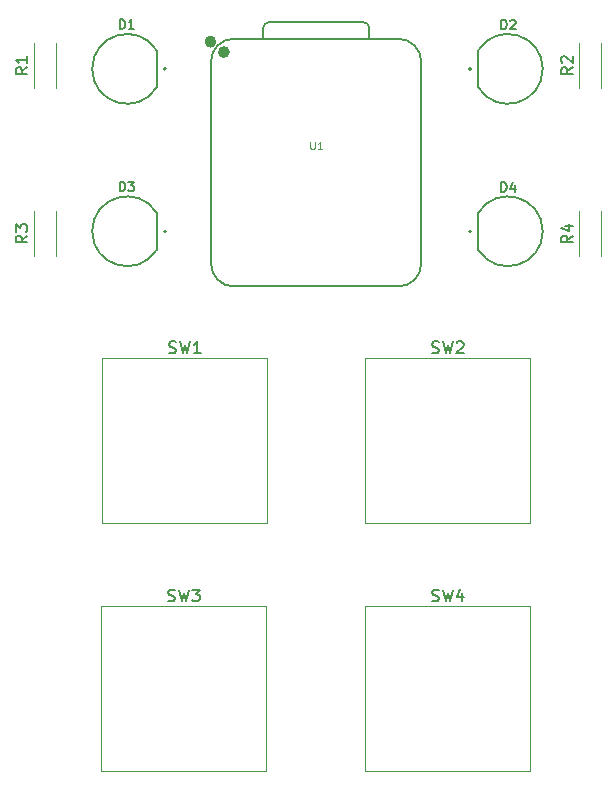
<source format=gbr>
%TF.GenerationSoftware,KiCad,Pcbnew,8.0.9-1.fc40*%
%TF.CreationDate,2025-07-05T11:51:32+08:00*%
%TF.ProjectId,pcb,7063622e-6b69-4636-9164-5f7063625858,rev?*%
%TF.SameCoordinates,Original*%
%TF.FileFunction,Legend,Top*%
%TF.FilePolarity,Positive*%
%FSLAX46Y46*%
G04 Gerber Fmt 4.6, Leading zero omitted, Abs format (unit mm)*
G04 Created by KiCad (PCBNEW 8.0.9-1.fc40) date 2025-07-05 11:51:32*
%MOMM*%
%LPD*%
G01*
G04 APERTURE LIST*
%ADD10C,0.150000*%
%ADD11C,0.101600*%
%ADD12C,0.120000*%
%ADD13C,0.200000*%
%ADD14C,0.127000*%
%ADD15C,0.504000*%
%ADD16C,0.100000*%
G04 APERTURE END LIST*
D10*
X239966667Y-98533200D02*
X240109524Y-98580819D01*
X240109524Y-98580819D02*
X240347619Y-98580819D01*
X240347619Y-98580819D02*
X240442857Y-98533200D01*
X240442857Y-98533200D02*
X240490476Y-98485580D01*
X240490476Y-98485580D02*
X240538095Y-98390342D01*
X240538095Y-98390342D02*
X240538095Y-98295104D01*
X240538095Y-98295104D02*
X240490476Y-98199866D01*
X240490476Y-98199866D02*
X240442857Y-98152247D01*
X240442857Y-98152247D02*
X240347619Y-98104628D01*
X240347619Y-98104628D02*
X240157143Y-98057009D01*
X240157143Y-98057009D02*
X240061905Y-98009390D01*
X240061905Y-98009390D02*
X240014286Y-97961771D01*
X240014286Y-97961771D02*
X239966667Y-97866533D01*
X239966667Y-97866533D02*
X239966667Y-97771295D01*
X239966667Y-97771295D02*
X240014286Y-97676057D01*
X240014286Y-97676057D02*
X240061905Y-97628438D01*
X240061905Y-97628438D02*
X240157143Y-97580819D01*
X240157143Y-97580819D02*
X240395238Y-97580819D01*
X240395238Y-97580819D02*
X240538095Y-97628438D01*
X240871429Y-97580819D02*
X241109524Y-98580819D01*
X241109524Y-98580819D02*
X241300000Y-97866533D01*
X241300000Y-97866533D02*
X241490476Y-98580819D01*
X241490476Y-98580819D02*
X241728572Y-97580819D01*
X242014286Y-97580819D02*
X242633333Y-97580819D01*
X242633333Y-97580819D02*
X242300000Y-97961771D01*
X242300000Y-97961771D02*
X242442857Y-97961771D01*
X242442857Y-97961771D02*
X242538095Y-98009390D01*
X242538095Y-98009390D02*
X242585714Y-98057009D01*
X242585714Y-98057009D02*
X242633333Y-98152247D01*
X242633333Y-98152247D02*
X242633333Y-98390342D01*
X242633333Y-98390342D02*
X242585714Y-98485580D01*
X242585714Y-98485580D02*
X242538095Y-98533200D01*
X242538095Y-98533200D02*
X242442857Y-98580819D01*
X242442857Y-98580819D02*
X242157143Y-98580819D01*
X242157143Y-98580819D02*
X242061905Y-98533200D01*
X242061905Y-98533200D02*
X242014286Y-98485580D01*
X268179524Y-63904295D02*
X268179524Y-63104295D01*
X268179524Y-63104295D02*
X268370000Y-63104295D01*
X268370000Y-63104295D02*
X268484286Y-63142390D01*
X268484286Y-63142390D02*
X268560476Y-63218580D01*
X268560476Y-63218580D02*
X268598571Y-63294771D01*
X268598571Y-63294771D02*
X268636667Y-63447152D01*
X268636667Y-63447152D02*
X268636667Y-63561438D01*
X268636667Y-63561438D02*
X268598571Y-63713819D01*
X268598571Y-63713819D02*
X268560476Y-63790009D01*
X268560476Y-63790009D02*
X268484286Y-63866200D01*
X268484286Y-63866200D02*
X268370000Y-63904295D01*
X268370000Y-63904295D02*
X268179524Y-63904295D01*
X269322381Y-63370961D02*
X269322381Y-63904295D01*
X269131905Y-63066200D02*
X268941428Y-63637628D01*
X268941428Y-63637628D02*
X269436667Y-63637628D01*
X268179524Y-50154295D02*
X268179524Y-49354295D01*
X268179524Y-49354295D02*
X268370000Y-49354295D01*
X268370000Y-49354295D02*
X268484286Y-49392390D01*
X268484286Y-49392390D02*
X268560476Y-49468580D01*
X268560476Y-49468580D02*
X268598571Y-49544771D01*
X268598571Y-49544771D02*
X268636667Y-49697152D01*
X268636667Y-49697152D02*
X268636667Y-49811438D01*
X268636667Y-49811438D02*
X268598571Y-49963819D01*
X268598571Y-49963819D02*
X268560476Y-50040009D01*
X268560476Y-50040009D02*
X268484286Y-50116200D01*
X268484286Y-50116200D02*
X268370000Y-50154295D01*
X268370000Y-50154295D02*
X268179524Y-50154295D01*
X268941428Y-49430485D02*
X268979524Y-49392390D01*
X268979524Y-49392390D02*
X269055714Y-49354295D01*
X269055714Y-49354295D02*
X269246190Y-49354295D01*
X269246190Y-49354295D02*
X269322381Y-49392390D01*
X269322381Y-49392390D02*
X269360476Y-49430485D01*
X269360476Y-49430485D02*
X269398571Y-49506676D01*
X269398571Y-49506676D02*
X269398571Y-49582866D01*
X269398571Y-49582866D02*
X269360476Y-49697152D01*
X269360476Y-49697152D02*
X268903333Y-50154295D01*
X268903333Y-50154295D02*
X269398571Y-50154295D01*
X274244819Y-53376666D02*
X273768628Y-53709999D01*
X274244819Y-53948094D02*
X273244819Y-53948094D01*
X273244819Y-53948094D02*
X273244819Y-53567142D01*
X273244819Y-53567142D02*
X273292438Y-53471904D01*
X273292438Y-53471904D02*
X273340057Y-53424285D01*
X273340057Y-53424285D02*
X273435295Y-53376666D01*
X273435295Y-53376666D02*
X273578152Y-53376666D01*
X273578152Y-53376666D02*
X273673390Y-53424285D01*
X273673390Y-53424285D02*
X273721009Y-53471904D01*
X273721009Y-53471904D02*
X273768628Y-53567142D01*
X273768628Y-53567142D02*
X273768628Y-53948094D01*
X273340057Y-52995713D02*
X273292438Y-52948094D01*
X273292438Y-52948094D02*
X273244819Y-52852856D01*
X273244819Y-52852856D02*
X273244819Y-52614761D01*
X273244819Y-52614761D02*
X273292438Y-52519523D01*
X273292438Y-52519523D02*
X273340057Y-52471904D01*
X273340057Y-52471904D02*
X273435295Y-52424285D01*
X273435295Y-52424285D02*
X273530533Y-52424285D01*
X273530533Y-52424285D02*
X273673390Y-52471904D01*
X273673390Y-52471904D02*
X274244819Y-53043332D01*
X274244819Y-53043332D02*
X274244819Y-52424285D01*
X235869524Y-63862295D02*
X235869524Y-63062295D01*
X235869524Y-63062295D02*
X236060000Y-63062295D01*
X236060000Y-63062295D02*
X236174286Y-63100390D01*
X236174286Y-63100390D02*
X236250476Y-63176580D01*
X236250476Y-63176580D02*
X236288571Y-63252771D01*
X236288571Y-63252771D02*
X236326667Y-63405152D01*
X236326667Y-63405152D02*
X236326667Y-63519438D01*
X236326667Y-63519438D02*
X236288571Y-63671819D01*
X236288571Y-63671819D02*
X236250476Y-63748009D01*
X236250476Y-63748009D02*
X236174286Y-63824200D01*
X236174286Y-63824200D02*
X236060000Y-63862295D01*
X236060000Y-63862295D02*
X235869524Y-63862295D01*
X236593333Y-63062295D02*
X237088571Y-63062295D01*
X237088571Y-63062295D02*
X236821905Y-63367057D01*
X236821905Y-63367057D02*
X236936190Y-63367057D01*
X236936190Y-63367057D02*
X237012381Y-63405152D01*
X237012381Y-63405152D02*
X237050476Y-63443247D01*
X237050476Y-63443247D02*
X237088571Y-63519438D01*
X237088571Y-63519438D02*
X237088571Y-63709914D01*
X237088571Y-63709914D02*
X237050476Y-63786104D01*
X237050476Y-63786104D02*
X237012381Y-63824200D01*
X237012381Y-63824200D02*
X236936190Y-63862295D01*
X236936190Y-63862295D02*
X236707619Y-63862295D01*
X236707619Y-63862295D02*
X236631428Y-63824200D01*
X236631428Y-63824200D02*
X236593333Y-63786104D01*
X262316667Y-98533200D02*
X262459524Y-98580819D01*
X262459524Y-98580819D02*
X262697619Y-98580819D01*
X262697619Y-98580819D02*
X262792857Y-98533200D01*
X262792857Y-98533200D02*
X262840476Y-98485580D01*
X262840476Y-98485580D02*
X262888095Y-98390342D01*
X262888095Y-98390342D02*
X262888095Y-98295104D01*
X262888095Y-98295104D02*
X262840476Y-98199866D01*
X262840476Y-98199866D02*
X262792857Y-98152247D01*
X262792857Y-98152247D02*
X262697619Y-98104628D01*
X262697619Y-98104628D02*
X262507143Y-98057009D01*
X262507143Y-98057009D02*
X262411905Y-98009390D01*
X262411905Y-98009390D02*
X262364286Y-97961771D01*
X262364286Y-97961771D02*
X262316667Y-97866533D01*
X262316667Y-97866533D02*
X262316667Y-97771295D01*
X262316667Y-97771295D02*
X262364286Y-97676057D01*
X262364286Y-97676057D02*
X262411905Y-97628438D01*
X262411905Y-97628438D02*
X262507143Y-97580819D01*
X262507143Y-97580819D02*
X262745238Y-97580819D01*
X262745238Y-97580819D02*
X262888095Y-97628438D01*
X263221429Y-97580819D02*
X263459524Y-98580819D01*
X263459524Y-98580819D02*
X263650000Y-97866533D01*
X263650000Y-97866533D02*
X263840476Y-98580819D01*
X263840476Y-98580819D02*
X264078572Y-97580819D01*
X264888095Y-97914152D02*
X264888095Y-98580819D01*
X264650000Y-97533200D02*
X264411905Y-98247485D01*
X264411905Y-98247485D02*
X265030952Y-98247485D01*
X228054819Y-53376666D02*
X227578628Y-53709999D01*
X228054819Y-53948094D02*
X227054819Y-53948094D01*
X227054819Y-53948094D02*
X227054819Y-53567142D01*
X227054819Y-53567142D02*
X227102438Y-53471904D01*
X227102438Y-53471904D02*
X227150057Y-53424285D01*
X227150057Y-53424285D02*
X227245295Y-53376666D01*
X227245295Y-53376666D02*
X227388152Y-53376666D01*
X227388152Y-53376666D02*
X227483390Y-53424285D01*
X227483390Y-53424285D02*
X227531009Y-53471904D01*
X227531009Y-53471904D02*
X227578628Y-53567142D01*
X227578628Y-53567142D02*
X227578628Y-53948094D01*
X228054819Y-52424285D02*
X228054819Y-52995713D01*
X228054819Y-52709999D02*
X227054819Y-52709999D01*
X227054819Y-52709999D02*
X227197676Y-52805237D01*
X227197676Y-52805237D02*
X227292914Y-52900475D01*
X227292914Y-52900475D02*
X227340533Y-52995713D01*
X235869524Y-50112295D02*
X235869524Y-49312295D01*
X235869524Y-49312295D02*
X236060000Y-49312295D01*
X236060000Y-49312295D02*
X236174286Y-49350390D01*
X236174286Y-49350390D02*
X236250476Y-49426580D01*
X236250476Y-49426580D02*
X236288571Y-49502771D01*
X236288571Y-49502771D02*
X236326667Y-49655152D01*
X236326667Y-49655152D02*
X236326667Y-49769438D01*
X236326667Y-49769438D02*
X236288571Y-49921819D01*
X236288571Y-49921819D02*
X236250476Y-49998009D01*
X236250476Y-49998009D02*
X236174286Y-50074200D01*
X236174286Y-50074200D02*
X236060000Y-50112295D01*
X236060000Y-50112295D02*
X235869524Y-50112295D01*
X237088571Y-50112295D02*
X236631428Y-50112295D01*
X236860000Y-50112295D02*
X236860000Y-49312295D01*
X236860000Y-49312295D02*
X236783809Y-49426580D01*
X236783809Y-49426580D02*
X236707619Y-49502771D01*
X236707619Y-49502771D02*
X236631428Y-49540866D01*
X228054819Y-67626666D02*
X227578628Y-67959999D01*
X228054819Y-68198094D02*
X227054819Y-68198094D01*
X227054819Y-68198094D02*
X227054819Y-67817142D01*
X227054819Y-67817142D02*
X227102438Y-67721904D01*
X227102438Y-67721904D02*
X227150057Y-67674285D01*
X227150057Y-67674285D02*
X227245295Y-67626666D01*
X227245295Y-67626666D02*
X227388152Y-67626666D01*
X227388152Y-67626666D02*
X227483390Y-67674285D01*
X227483390Y-67674285D02*
X227531009Y-67721904D01*
X227531009Y-67721904D02*
X227578628Y-67817142D01*
X227578628Y-67817142D02*
X227578628Y-68198094D01*
X227054819Y-67293332D02*
X227054819Y-66674285D01*
X227054819Y-66674285D02*
X227435771Y-67007618D01*
X227435771Y-67007618D02*
X227435771Y-66864761D01*
X227435771Y-66864761D02*
X227483390Y-66769523D01*
X227483390Y-66769523D02*
X227531009Y-66721904D01*
X227531009Y-66721904D02*
X227626247Y-66674285D01*
X227626247Y-66674285D02*
X227864342Y-66674285D01*
X227864342Y-66674285D02*
X227959580Y-66721904D01*
X227959580Y-66721904D02*
X228007200Y-66769523D01*
X228007200Y-66769523D02*
X228054819Y-66864761D01*
X228054819Y-66864761D02*
X228054819Y-67150475D01*
X228054819Y-67150475D02*
X228007200Y-67245713D01*
X228007200Y-67245713D02*
X227959580Y-67293332D01*
X274244819Y-67626666D02*
X273768628Y-67959999D01*
X274244819Y-68198094D02*
X273244819Y-68198094D01*
X273244819Y-68198094D02*
X273244819Y-67817142D01*
X273244819Y-67817142D02*
X273292438Y-67721904D01*
X273292438Y-67721904D02*
X273340057Y-67674285D01*
X273340057Y-67674285D02*
X273435295Y-67626666D01*
X273435295Y-67626666D02*
X273578152Y-67626666D01*
X273578152Y-67626666D02*
X273673390Y-67674285D01*
X273673390Y-67674285D02*
X273721009Y-67721904D01*
X273721009Y-67721904D02*
X273768628Y-67817142D01*
X273768628Y-67817142D02*
X273768628Y-68198094D01*
X273578152Y-66769523D02*
X274244819Y-66769523D01*
X273197200Y-67007618D02*
X273911485Y-67245713D01*
X273911485Y-67245713D02*
X273911485Y-66626666D01*
X240046667Y-77533200D02*
X240189524Y-77580819D01*
X240189524Y-77580819D02*
X240427619Y-77580819D01*
X240427619Y-77580819D02*
X240522857Y-77533200D01*
X240522857Y-77533200D02*
X240570476Y-77485580D01*
X240570476Y-77485580D02*
X240618095Y-77390342D01*
X240618095Y-77390342D02*
X240618095Y-77295104D01*
X240618095Y-77295104D02*
X240570476Y-77199866D01*
X240570476Y-77199866D02*
X240522857Y-77152247D01*
X240522857Y-77152247D02*
X240427619Y-77104628D01*
X240427619Y-77104628D02*
X240237143Y-77057009D01*
X240237143Y-77057009D02*
X240141905Y-77009390D01*
X240141905Y-77009390D02*
X240094286Y-76961771D01*
X240094286Y-76961771D02*
X240046667Y-76866533D01*
X240046667Y-76866533D02*
X240046667Y-76771295D01*
X240046667Y-76771295D02*
X240094286Y-76676057D01*
X240094286Y-76676057D02*
X240141905Y-76628438D01*
X240141905Y-76628438D02*
X240237143Y-76580819D01*
X240237143Y-76580819D02*
X240475238Y-76580819D01*
X240475238Y-76580819D02*
X240618095Y-76628438D01*
X240951429Y-76580819D02*
X241189524Y-77580819D01*
X241189524Y-77580819D02*
X241380000Y-76866533D01*
X241380000Y-76866533D02*
X241570476Y-77580819D01*
X241570476Y-77580819D02*
X241808572Y-76580819D01*
X242713333Y-77580819D02*
X242141905Y-77580819D01*
X242427619Y-77580819D02*
X242427619Y-76580819D01*
X242427619Y-76580819D02*
X242332381Y-76723676D01*
X242332381Y-76723676D02*
X242237143Y-76818914D01*
X242237143Y-76818914D02*
X242141905Y-76866533D01*
X262316667Y-77533200D02*
X262459524Y-77580819D01*
X262459524Y-77580819D02*
X262697619Y-77580819D01*
X262697619Y-77580819D02*
X262792857Y-77533200D01*
X262792857Y-77533200D02*
X262840476Y-77485580D01*
X262840476Y-77485580D02*
X262888095Y-77390342D01*
X262888095Y-77390342D02*
X262888095Y-77295104D01*
X262888095Y-77295104D02*
X262840476Y-77199866D01*
X262840476Y-77199866D02*
X262792857Y-77152247D01*
X262792857Y-77152247D02*
X262697619Y-77104628D01*
X262697619Y-77104628D02*
X262507143Y-77057009D01*
X262507143Y-77057009D02*
X262411905Y-77009390D01*
X262411905Y-77009390D02*
X262364286Y-76961771D01*
X262364286Y-76961771D02*
X262316667Y-76866533D01*
X262316667Y-76866533D02*
X262316667Y-76771295D01*
X262316667Y-76771295D02*
X262364286Y-76676057D01*
X262364286Y-76676057D02*
X262411905Y-76628438D01*
X262411905Y-76628438D02*
X262507143Y-76580819D01*
X262507143Y-76580819D02*
X262745238Y-76580819D01*
X262745238Y-76580819D02*
X262888095Y-76628438D01*
X263221429Y-76580819D02*
X263459524Y-77580819D01*
X263459524Y-77580819D02*
X263650000Y-76866533D01*
X263650000Y-76866533D02*
X263840476Y-77580819D01*
X263840476Y-77580819D02*
X264078572Y-76580819D01*
X264411905Y-76676057D02*
X264459524Y-76628438D01*
X264459524Y-76628438D02*
X264554762Y-76580819D01*
X264554762Y-76580819D02*
X264792857Y-76580819D01*
X264792857Y-76580819D02*
X264888095Y-76628438D01*
X264888095Y-76628438D02*
X264935714Y-76676057D01*
X264935714Y-76676057D02*
X264983333Y-76771295D01*
X264983333Y-76771295D02*
X264983333Y-76866533D01*
X264983333Y-76866533D02*
X264935714Y-77009390D01*
X264935714Y-77009390D02*
X264364286Y-77580819D01*
X264364286Y-77580819D02*
X264983333Y-77580819D01*
D11*
X252016190Y-59653479D02*
X252016190Y-60167526D01*
X252016190Y-60167526D02*
X252046428Y-60228002D01*
X252046428Y-60228002D02*
X252076666Y-60258241D01*
X252076666Y-60258241D02*
X252137142Y-60288479D01*
X252137142Y-60288479D02*
X252258095Y-60288479D01*
X252258095Y-60288479D02*
X252318571Y-60258241D01*
X252318571Y-60258241D02*
X252348809Y-60228002D01*
X252348809Y-60228002D02*
X252379047Y-60167526D01*
X252379047Y-60167526D02*
X252379047Y-59653479D01*
X253014047Y-60288479D02*
X252651190Y-60288479D01*
X252832618Y-60288479D02*
X252832618Y-59653479D01*
X252832618Y-59653479D02*
X252772142Y-59744193D01*
X252772142Y-59744193D02*
X252711666Y-59804669D01*
X252711666Y-59804669D02*
X252651190Y-59834907D01*
D12*
%TO.C,SW3*%
X248285000Y-112985000D02*
X234315000Y-112985000D01*
X248285000Y-99015000D02*
X248285000Y-112985000D01*
X234315000Y-112985000D02*
X234315000Y-99015000D01*
X234315000Y-99015000D02*
X248285000Y-99015000D01*
D13*
%TO.C,D4*%
X265630000Y-67250000D02*
G75*
G02*
X265430000Y-67250000I-100000J0D01*
G01*
X265430000Y-67250000D02*
G75*
G02*
X265630000Y-67250000I100000J0D01*
G01*
D14*
X266230000Y-65684000D02*
G75*
G02*
X266230000Y-68816000I2506124J-1566000D01*
G01*
X266230000Y-65684000D02*
X266230000Y-68816000D01*
%TO.C,D2*%
X266230000Y-51934000D02*
X266230000Y-55066000D01*
X266230000Y-51934000D02*
G75*
G02*
X266230000Y-55066000I2506124J-1566000D01*
G01*
D13*
X265630000Y-53500000D02*
G75*
G02*
X265430000Y-53500000I-100000J0D01*
G01*
X265430000Y-53500000D02*
G75*
G02*
X265630000Y-53500000I100000J0D01*
G01*
D12*
%TO.C,R2*%
X276630000Y-55130000D02*
X276630000Y-51290000D01*
X274790000Y-55130000D02*
X274790000Y-51290000D01*
D14*
%TO.C,D3*%
X239000000Y-68816000D02*
X239000000Y-65684000D01*
X239000000Y-68816000D02*
G75*
G02*
X239000000Y-65684000I-2506124J1566000D01*
G01*
D13*
X239800000Y-67250000D02*
G75*
G02*
X239600000Y-67250000I-100000J0D01*
G01*
X239600000Y-67250000D02*
G75*
G02*
X239800000Y-67250000I100000J0D01*
G01*
D12*
%TO.C,SW4*%
X256665000Y-99015000D02*
X270635000Y-99015000D01*
X256665000Y-112985000D02*
X256665000Y-99015000D01*
X270635000Y-99015000D02*
X270635000Y-112985000D01*
X270635000Y-112985000D02*
X256665000Y-112985000D01*
%TO.C,R1*%
X230440000Y-55130000D02*
X230440000Y-51290000D01*
X228600000Y-55130000D02*
X228600000Y-51290000D01*
D14*
%TO.C,D1*%
X239000000Y-55066000D02*
X239000000Y-51934000D01*
X239000000Y-55066000D02*
G75*
G02*
X239000000Y-51934000I-2506124J1566000D01*
G01*
D13*
X239800000Y-53500000D02*
G75*
G02*
X239600000Y-53500000I-100000J0D01*
G01*
X239600000Y-53500000D02*
G75*
G02*
X239800000Y-53500000I100000J0D01*
G01*
D12*
%TO.C,R3*%
X230440000Y-69380000D02*
X230440000Y-65540000D01*
X228600000Y-69380000D02*
X228600000Y-65540000D01*
%TO.C,R4*%
X274790000Y-69380000D02*
X274790000Y-65540000D01*
X276630000Y-69380000D02*
X276630000Y-65540000D01*
%TO.C,SW1*%
X234395000Y-78015000D02*
X248365000Y-78015000D01*
X234395000Y-91985000D02*
X234395000Y-78015000D01*
X248365000Y-78015000D02*
X248365000Y-91985000D01*
X248365000Y-91985000D02*
X234395000Y-91985000D01*
%TO.C,SW2*%
X270635000Y-91985000D02*
X256665000Y-91985000D01*
X270635000Y-78015000D02*
X270635000Y-91985000D01*
X256665000Y-91985000D02*
X256665000Y-78015000D01*
X256665000Y-78015000D02*
X270635000Y-78015000D01*
%TO.C,U1*%
D15*
X244945000Y-52080000D02*
G75*
G02*
X244441000Y-52080000I-252000J0D01*
G01*
X244441000Y-52080000D02*
G75*
G02*
X244945000Y-52080000I252000J0D01*
G01*
X243802000Y-51200000D02*
G75*
G02*
X243298000Y-51200000I-252000J0D01*
G01*
X243298000Y-51200000D02*
G75*
G02*
X243802000Y-51200000I252000J0D01*
G01*
D14*
X261390000Y-70009000D02*
G75*
G02*
X259485000Y-71914000I-1905000J0D01*
G01*
X259485000Y-50959000D02*
G75*
G02*
X261390000Y-52864000I0J-1905000D01*
G01*
X256504000Y-49549000D02*
G75*
G02*
X257004000Y-50049000I0J-500000D01*
G01*
X248008728Y-50048728D02*
G75*
G02*
X248508728Y-49549001I500018J-291D01*
G01*
X245515000Y-71914000D02*
G75*
G02*
X243610000Y-70009000I1J1905001D01*
G01*
X243610000Y-52864000D02*
G75*
G02*
X245515000Y-50959000I1905001J-1D01*
G01*
X261390000Y-70009000D02*
X261390000Y-52864000D01*
X259485000Y-50959000D02*
X245515000Y-50959000D01*
D16*
X259485000Y-50959000D02*
X245515000Y-50959000D01*
D14*
X257004000Y-50049000D02*
X257004000Y-50959000D01*
X248508728Y-49549000D02*
X256504000Y-49549000D01*
X248005000Y-50959000D02*
X248008728Y-50048728D01*
X245515000Y-71914000D02*
X259485000Y-71914000D01*
X243610000Y-70009000D02*
X243610000Y-52864000D01*
%TD*%
M02*

</source>
